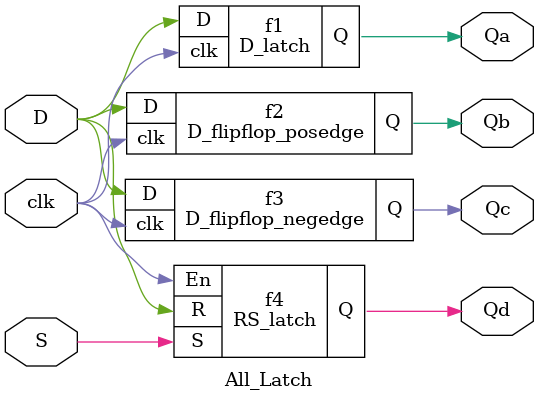
<source format=v>
`timescale 1ns / 1ps

module D_latch(
	input D,
	input clk,
	output reg Q,
	output reg Qbar
	);
	always @(*) begin
		if(clk==1)begin
			Q<=D;
			Qbar<=~D;
		end
	end
endmodule

module D_flipflop_posedge(
	input D,
	input clk,
	output reg Q,
	output reg Qbar
	);
	always @(posedge clk) begin
		Q<=D;
		Qbar<=~D;
	end
endmodule

module D_flipflop_negedge(
	input D,
	input clk,
	output reg Q,
	output reg Qbar
	);
	always @(negedge clk) begin
		Q<=D;
		Qbar<=~D;
	end
endmodule

module RS_latch(
	input R,
	input S,
	input En,
	output reg Q,
	output reg Qbar
	);
	always @(*) begin
		if(En==1) begin
			if((R==0 && S==1) || (R==1 && S==0)) begin
				Q<=R;
				Qbar<=S;
			end
		end
	end
endmodule

module All_Latch(
	input clk,
	input D,
	input S,
	output Qa,
	output Qb,
	output Qc,
	output Qd
    );
	
	D_latch f1 (D,clk,Qa,);
	D_flipflop_posedge f2 (D,clk,Qb,);
	D_flipflop_negedge f3 (D,clk,Qc,);
	RS_latch f4 (D,S,clk,Qd,);
	
endmodule
</source>
